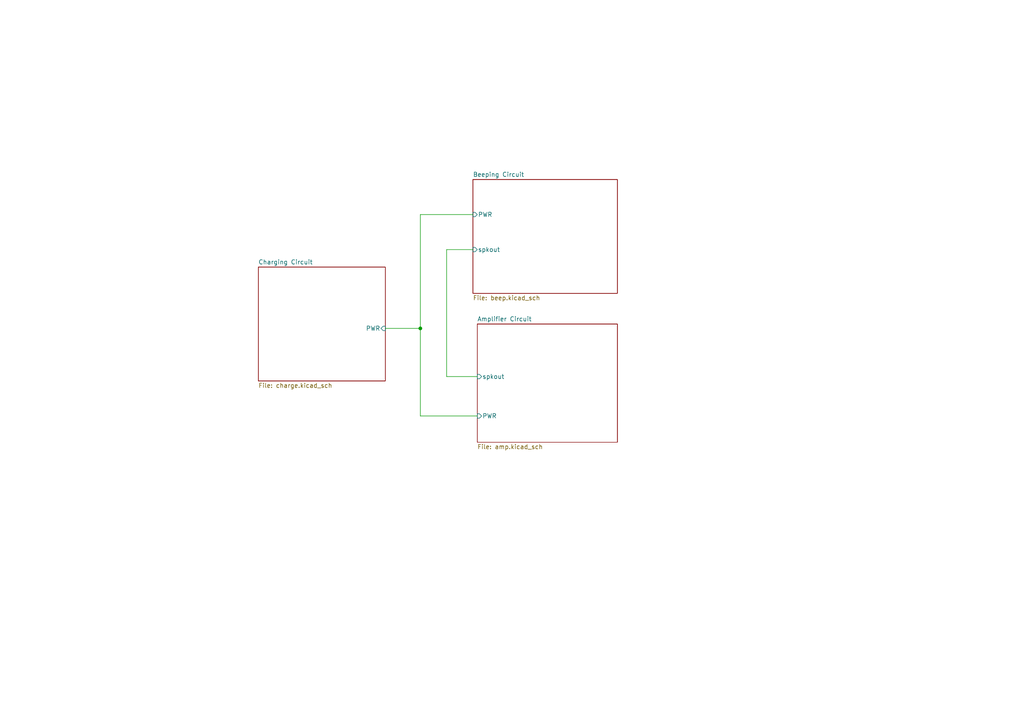
<source format=kicad_sch>
(kicad_sch (version 20211123) (generator eeschema)

  (uuid c6b61573-891c-4df6-b89c-ef8457c5240b)

  (paper "A4")

  (lib_symbols
  )

  (junction (at 121.92 95.25) (diameter 0) (color 0 0 0 0)
    (uuid 1078f29a-a648-49fe-82f9-2cf66956e64e)
  )

  (wire (pts (xy 121.92 62.23) (xy 137.16 62.23))
    (stroke (width 0) (type default) (color 0 0 0 0))
    (uuid 0e46f294-e5d9-4d66-8472-de36faadc54f)
  )
  (wire (pts (xy 121.92 95.25) (xy 121.92 120.65))
    (stroke (width 0) (type default) (color 0 0 0 0))
    (uuid 1b6dba1d-2a32-45a3-9a5a-fad9d455a996)
  )
  (wire (pts (xy 121.92 120.65) (xy 138.43 120.65))
    (stroke (width 0) (type default) (color 0 0 0 0))
    (uuid 463085fe-d67c-4664-9b92-4a4846ace75a)
  )
  (wire (pts (xy 129.54 109.22) (xy 138.43 109.22))
    (stroke (width 0) (type default) (color 0 0 0 0))
    (uuid 756b44f0-c61d-41d9-8f44-6e17e9b474a8)
  )
  (wire (pts (xy 129.54 72.39) (xy 129.54 109.22))
    (stroke (width 0) (type default) (color 0 0 0 0))
    (uuid 94b22bad-c527-4f2e-ad9c-93fff7fa3e76)
  )
  (wire (pts (xy 111.76 95.25) (xy 121.92 95.25))
    (stroke (width 0) (type default) (color 0 0 0 0))
    (uuid b5f31272-188c-401b-aaf2-76ea3de5ecc0)
  )
  (wire (pts (xy 137.16 72.39) (xy 129.54 72.39))
    (stroke (width 0) (type default) (color 0 0 0 0))
    (uuid d00f5518-5560-419d-b3be-f29e09d1d417)
  )
  (wire (pts (xy 121.92 95.25) (xy 121.92 62.23))
    (stroke (width 0) (type default) (color 0 0 0 0))
    (uuid ec100057-06d6-4fa4-9fbe-fd685fff671a)
  )

  (sheet (at 137.16 52.07) (size 41.91 33.02) (fields_autoplaced)
    (stroke (width 0.1524) (type solid) (color 0 0 0 0))
    (fill (color 0 0 0 0.0000))
    (uuid 69fa01d0-51ad-43f1-866c-a1085d4ef5d2)
    (property "Sheet name" "Beeping Circuit" (id 0) (at 137.16 51.3584 0)
      (effects (font (size 1.27 1.27)) (justify left bottom))
    )
    (property "Sheet file" "beep.kicad_sch" (id 1) (at 137.16 85.6746 0)
      (effects (font (size 1.27 1.27)) (justify left top))
    )
    (pin "spkout" input (at 137.16 72.39 180)
      (effects (font (size 1.27 1.27)) (justify left))
      (uuid 4251a395-fbae-4e7a-90fa-5c2f1e2e4b80)
    )
    (pin "PWR" input (at 137.16 62.23 180)
      (effects (font (size 1.27 1.27)) (justify left))
      (uuid dbf7e44e-b011-43e6-a2b7-f72c67e538af)
    )
  )

  (sheet (at 138.43 93.98) (size 40.64 34.29) (fields_autoplaced)
    (stroke (width 0.1524) (type solid) (color 0 0 0 0))
    (fill (color 0 0 0 0.0000))
    (uuid b68eafac-6416-44ba-98f2-098e035ae474)
    (property "Sheet name" "Amplifier Circuit" (id 0) (at 138.43 93.2684 0)
      (effects (font (size 1.27 1.27)) (justify left bottom))
    )
    (property "Sheet file" "amp.kicad_sch" (id 1) (at 138.43 128.8546 0)
      (effects (font (size 1.27 1.27)) (justify left top))
    )
    (pin "spkout" input (at 138.43 109.22 180)
      (effects (font (size 1.27 1.27)) (justify left))
      (uuid a2cacc59-58c1-4dd5-8cbd-501658c6b61b)
    )
    (pin "PWR" input (at 138.43 120.65 180)
      (effects (font (size 1.27 1.27)) (justify left))
      (uuid 74cbd598-77e6-4373-a61b-1e820c500ded)
    )
  )

  (sheet (at 74.93 77.47) (size 36.83 33.02) (fields_autoplaced)
    (stroke (width 0.1524) (type solid) (color 0 0 0 0))
    (fill (color 0 0 0 0.0000))
    (uuid c699425c-6c13-48cc-81b2-5484897bf16e)
    (property "Sheet name" "Charging Circuit" (id 0) (at 74.93 76.7584 0)
      (effects (font (size 1.27 1.27)) (justify left bottom))
    )
    (property "Sheet file" "charge.kicad_sch" (id 1) (at 74.93 111.0746 0)
      (effects (font (size 1.27 1.27)) (justify left top))
    )
    (pin "PWR" input (at 111.76 95.25 0)
      (effects (font (size 1.27 1.27)) (justify right))
      (uuid bf00aefe-98c5-480a-ac9a-56b1594cdfef)
    )
  )

  (sheet_instances
    (path "/" (page "1"))
    (path "/69fa01d0-51ad-43f1-866c-a1085d4ef5d2" (page "2"))
    (path "/c699425c-6c13-48cc-81b2-5484897bf16e" (page "3"))
    (path "/b68eafac-6416-44ba-98f2-098e035ae474" (page "4"))
  )

  (symbol_instances
    (path "/69fa01d0-51ad-43f1-866c-a1085d4ef5d2/e8a64747-0997-4163-8af3-5b4ec506533a"
      (reference "#FLG0101") (unit 1) (value "PWR_FLAG") (footprint "")
    )
    (path "/69fa01d0-51ad-43f1-866c-a1085d4ef5d2/cd60fae4-bd1a-49dc-80ba-ce70acae4e75"
      (reference "#FLG0102") (unit 1) (value "PWR_FLAG") (footprint "")
    )
    (path "/c699425c-6c13-48cc-81b2-5484897bf16e/d104c5f4-f870-469d-b419-a8d132838113"
      (reference "#FLG0103") (unit 1) (value "PWR_FLAG") (footprint "")
    )
    (path "/69fa01d0-51ad-43f1-866c-a1085d4ef5d2/fe88cd98-08e1-4a72-aa82-1cea41cca1de"
      (reference "#PWR01") (unit 1) (value "GND") (footprint "")
    )
    (path "/69fa01d0-51ad-43f1-866c-a1085d4ef5d2/aeba6892-3e40-40fe-ad07-26b0cbd6ee1b"
      (reference "#PWR02") (unit 1) (value "GND") (footprint "")
    )
    (path "/69fa01d0-51ad-43f1-866c-a1085d4ef5d2/afdb9604-6384-46df-b26d-d01e455a9e0c"
      (reference "#PWR03") (unit 1) (value "GND") (footprint "")
    )
    (path "/69fa01d0-51ad-43f1-866c-a1085d4ef5d2/3b7006e3-fbcf-4c75-aa20-183efd34909c"
      (reference "#PWR04") (unit 1) (value "GND") (footprint "")
    )
    (path "/69fa01d0-51ad-43f1-866c-a1085d4ef5d2/50fc6e6e-5f74-49c4-ab43-3ac2ece31fd1"
      (reference "#PWR05") (unit 1) (value "GND") (footprint "")
    )
    (path "/69fa01d0-51ad-43f1-866c-a1085d4ef5d2/b5bdedff-4b7f-45af-996e-bad4a0802bba"
      (reference "#PWR06") (unit 1) (value "GND") (footprint "")
    )
    (path "/c699425c-6c13-48cc-81b2-5484897bf16e/19501733-3ae2-479e-829a-5eff2e6314fc"
      (reference "#PWR07") (unit 1) (value "GND") (footprint "")
    )
    (path "/c699425c-6c13-48cc-81b2-5484897bf16e/1294ecd9-b9f8-428e-a465-5c9529d12211"
      (reference "#PWR08") (unit 1) (value "GND") (footprint "")
    )
    (path "/c699425c-6c13-48cc-81b2-5484897bf16e/a93d618c-4d93-4a0f-9926-0664fb3fab81"
      (reference "#PWR09") (unit 1) (value "GND") (footprint "")
    )
    (path "/c699425c-6c13-48cc-81b2-5484897bf16e/b2644c25-4e7e-44f0-af2f-a8c65455b422"
      (reference "#PWR010") (unit 1) (value "GND") (footprint "")
    )
    (path "/c699425c-6c13-48cc-81b2-5484897bf16e/7b84455b-f25d-485c-b0b2-c3f02cd32efa"
      (reference "#PWR011") (unit 1) (value "GND") (footprint "")
    )
    (path "/c699425c-6c13-48cc-81b2-5484897bf16e/2c52fd5a-e167-4725-8547-8964b14d5546"
      (reference "#PWR012") (unit 1) (value "GND") (footprint "")
    )
    (path "/c699425c-6c13-48cc-81b2-5484897bf16e/434e88c8-4ab0-498b-bdda-9cb0766d0797"
      (reference "#PWR013") (unit 1) (value "GND") (footprint "")
    )
    (path "/c699425c-6c13-48cc-81b2-5484897bf16e/c661bc24-4134-4860-9954-40769f7905f1"
      (reference "#PWR014") (unit 1) (value "GND") (footprint "")
    )
    (path "/b68eafac-6416-44ba-98f2-098e035ae474/cde0afa6-bca3-4f6c-98a8-f7e9db9e1841"
      (reference "#PWR015") (unit 1) (value "GND") (footprint "")
    )
    (path "/b68eafac-6416-44ba-98f2-098e035ae474/13408a03-1263-4fba-9059-7d418a83b5aa"
      (reference "#PWR016") (unit 1) (value "GND") (footprint "")
    )
    (path "/b68eafac-6416-44ba-98f2-098e035ae474/b0f43433-e569-45ab-bcdc-5950e3b011ca"
      (reference "#PWR017") (unit 1) (value "GND") (footprint "")
    )
    (path "/b68eafac-6416-44ba-98f2-098e035ae474/30f1cc07-5cb7-487f-8167-8768b289bfb6"
      (reference "#PWR018") (unit 1) (value "GND") (footprint "")
    )
    (path "/b68eafac-6416-44ba-98f2-098e035ae474/79da154b-080a-4731-abc3-393ffb57853e"
      (reference "#PWR019") (unit 1) (value "GND") (footprint "")
    )
    (path "/b68eafac-6416-44ba-98f2-098e035ae474/c9c6b888-a2df-4f6d-a090-34978fcd0c12"
      (reference "#PWR020") (unit 1) (value "GND") (footprint "")
    )
    (path "/69fa01d0-51ad-43f1-866c-a1085d4ef5d2/3ae0ebee-6fac-404f-99ab-c363011562a8"
      (reference "C1") (unit 1) (value "10uF") (footprint "Capacitor_SMD:C_0402_1005Metric")
    )
    (path "/69fa01d0-51ad-43f1-866c-a1085d4ef5d2/38012699-2b31-4822-a99f-6a21d21e1788"
      (reference "C2") (unit 1) (value "10nF") (footprint "Capacitor_SMD:C_0402_1005Metric")
    )
    (path "/69fa01d0-51ad-43f1-866c-a1085d4ef5d2/097a0826-1299-43d3-9344-b23ae5a43db7"
      (reference "C3") (unit 1) (value "10uF") (footprint "Capacitor_SMD:C_0402_1005Metric")
    )
    (path "/c699425c-6c13-48cc-81b2-5484897bf16e/21d9eb04-a129-43cf-a870-20f0df4f4aeb"
      (reference "C4") (unit 1) (value "10uF") (footprint "Capacitor_SMD:C_0402_1005Metric")
    )
    (path "/c699425c-6c13-48cc-81b2-5484897bf16e/31202f8c-97b0-498e-85b6-73b89cb03a0a"
      (reference "C5") (unit 1) (value "1nF") (footprint "Capacitor_SMD:C_0402_1005Metric")
    )
    (path "/c699425c-6c13-48cc-81b2-5484897bf16e/76d932f5-f888-43c9-9b5b-bdf939588189"
      (reference "C6") (unit 1) (value "1uF") (footprint "Capacitor_SMD:C_0402_1005Metric")
    )
    (path "/b68eafac-6416-44ba-98f2-098e035ae474/37228f27-00e7-4f82-a485-6cd65378261a"
      (reference "C7") (unit 1) (value "0.1uF") (footprint "Capacitor_SMD:C_0402_1005Metric")
    )
    (path "/b68eafac-6416-44ba-98f2-098e035ae474/11024ca7-6b49-4898-ba5d-b0467825613d"
      (reference "C8") (unit 1) (value "0.1uF") (footprint "Capacitor_SMD:C_0402_1005Metric")
    )
    (path "/b68eafac-6416-44ba-98f2-098e035ae474/e4f5ca16-0050-4143-878f-84a856fec4cb"
      (reference "C9") (unit 1) (value "250uF") (footprint "Capacitor_SMD:CP_Elec_6.3x7.7")
    )
    (path "/b68eafac-6416-44ba-98f2-098e035ae474/81d4b47b-f065-4d86-86c6-cb49a755770f"
      (reference "C10") (unit 1) (value "10uF") (footprint "Capacitor_SMD:C_0402_1005Metric")
    )
    (path "/c699425c-6c13-48cc-81b2-5484897bf16e/8dfe06db-397b-4672-acbd-9c757c087e15"
      (reference "D1") (unit 1) (value "LED") (footprint "LED_SMD:LED_0402_1005Metric")
    )
    (path "/c699425c-6c13-48cc-81b2-5484897bf16e/51f3bee3-7360-43b0-b958-a2b61dc01f36"
      (reference "D2") (unit 1) (value "SS34") (footprint "baseball:DIOM7959X265N")
    )
    (path "/69fa01d0-51ad-43f1-866c-a1085d4ef5d2/778dd960-cbd0-4446-8edc-e2ee1799ee48"
      (reference "J1") (unit 1) (value "Conn_01x01_Male") (footprint "TestPoint:TestPoint_Pad_D2.0mm")
    )
    (path "/69fa01d0-51ad-43f1-866c-a1085d4ef5d2/1a83af1b-8748-4f53-b6bf-e4e25ffe4b2f"
      (reference "J2") (unit 1) (value "Conn_01x01_Male") (footprint "TestPoint:TestPoint_Pad_D2.0mm")
    )
    (path "/c699425c-6c13-48cc-81b2-5484897bf16e/22da31b5-ad3a-4b48-b5d8-c2f920ff1160"
      (reference "J3") (unit 1) (value "Conn_01x01_Male") (footprint "TestPoint:TestPoint_Pad_D2.0mm")
    )
    (path "/c699425c-6c13-48cc-81b2-5484897bf16e/90193923-0e20-4c44-8583-8d06a82df0a5"
      (reference "J4") (unit 1) (value "Conn_01x01_Male") (footprint "TestPoint:TestPoint_Pad_D2.0mm")
    )
    (path "/c699425c-6c13-48cc-81b2-5484897bf16e/3014264f-7552-4d2a-8eb0-bbbbb7f82f49"
      (reference "J5") (unit 1) (value "SJ-3524-SMT") (footprint "baseball:CUI_SJ-3524-SMT-GR")
    )
    (path "/c699425c-6c13-48cc-81b2-5484897bf16e/bf61ade5-510c-4541-a74d-cd8e9626a4b6"
      (reference "J6") (unit 1) (value "Conn_01x01_Male") (footprint "TestPoint:TestPoint_Pad_D2.0mm")
    )
    (path "/c699425c-6c13-48cc-81b2-5484897bf16e/f2fe7d95-ee7c-4546-82cd-09e34af2a0a7"
      (reference "J7") (unit 1) (value "Conn_01x01_Male") (footprint "TestPoint:TestPoint_Pad_D2.0mm")
    )
    (path "/b68eafac-6416-44ba-98f2-098e035ae474/2a8e9a03-b6d9-4467-a508-145dd1525e3c"
      (reference "J8") (unit 1) (value "Conn_01x01_Male") (footprint "TestPoint:TestPoint_Pad_D2.0mm")
    )
    (path "/b68eafac-6416-44ba-98f2-098e035ae474/e32819e5-74d1-4a5a-a313-3c119d3d39f0"
      (reference "J9") (unit 1) (value "Conn_01x01_Male") (footprint "TestPoint:TestPoint_Pad_D2.0mm")
    )
    (path "/b68eafac-6416-44ba-98f2-098e035ae474/8472c9e9-7e76-4355-b9a8-ea0de0446747"
      (reference "J10") (unit 1) (value "Conn_01x01_Male") (footprint "TestPoint:TestPoint_Pad_D2.0mm")
    )
    (path "/b68eafac-6416-44ba-98f2-098e035ae474/c594695d-abe1-4977-b6c1-00620153a85a"
      (reference "J11") (unit 1) (value "Conn_01x01_Male") (footprint "TestPoint:TestPoint_Pad_D2.0mm")
    )
    (path "/c699425c-6c13-48cc-81b2-5484897bf16e/16da479f-fc00-4b9e-ba8b-5698cf6e4ed0"
      (reference "Q1") (unit 1) (value "Q_PNP_BCE") (footprint "Package_TO_SOT_THT:TO-92")
    )
    (path "/c699425c-6c13-48cc-81b2-5484897bf16e/99147374-a9e2-45ca-b18b-51a2febca43a"
      (reference "Q2") (unit 1) (value "Q_PNP_BCE") (footprint "Package_TO_SOT_THT:TO-92")
    )
    (path "/69fa01d0-51ad-43f1-866c-a1085d4ef5d2/34bae14c-2c98-442b-bd87-fbaab421600c"
      (reference "R1") (unit 1) (value "3.8k") (footprint "Resistor_SMD:R_0402_1005Metric")
    )
    (path "/69fa01d0-51ad-43f1-866c-a1085d4ef5d2/a1a7ea8a-335e-46b9-a9e0-10d577b54b11"
      (reference "R2") (unit 1) (value "68k") (footprint "Resistor_SMD:R_0402_1005Metric")
    )
    (path "/69fa01d0-51ad-43f1-866c-a1085d4ef5d2/5897b494-1c9c-4d74-ba15-943beb5b0ab9"
      (reference "R3") (unit 1) (value "1k") (footprint "Resistor_SMD:R_0402_1005Metric")
    )
    (path "/69fa01d0-51ad-43f1-866c-a1085d4ef5d2/595b3cc4-4924-4689-877c-7c7f8b091830"
      (reference "R4") (unit 1) (value "68k") (footprint "Resistor_SMD:R_0402_1005Metric")
    )
    (path "/c699425c-6c13-48cc-81b2-5484897bf16e/3d9726e0-3352-4382-8c7b-9de67dac3f71"
      (reference "R5") (unit 1) (value "2k") (footprint "Resistor_SMD:R_0402_1005Metric")
    )
    (path "/c699425c-6c13-48cc-81b2-5484897bf16e/87fa59f2-37bb-4e75-9f2f-685abdd0ae3f"
      (reference "R6") (unit 1) (value "19.6k") (footprint "Resistor_SMD:R_0402_1005Metric")
    )
    (path "/c699425c-6c13-48cc-81b2-5484897bf16e/8da8f5c1-c573-489c-9e0f-e420b8b7abc9"
      (reference "R7") (unit 1) (value "10k") (footprint "Resistor_SMD:R_0402_1005Metric")
    )
    (path "/c699425c-6c13-48cc-81b2-5484897bf16e/dcb5f140-6452-47c3-b90f-c793f5bd4ab3"
      (reference "R8") (unit 1) (value "0.2") (footprint "Resistor_SMD:R_0402_1005Metric")
    )
    (path "/b68eafac-6416-44ba-98f2-098e035ae474/6faf2575-72a2-468a-85cf-cbea6fd17c8f"
      (reference "R9") (unit 1) (value "1.2k") (footprint "Resistor_SMD:R_0402_1005Metric")
    )
    (path "/b68eafac-6416-44ba-98f2-098e035ae474/af15ad09-c7ba-476f-a480-08cf1a983ca0"
      (reference "R10") (unit 1) (value "10") (footprint "Resistor_SMD:R_0402_1005Metric")
    )
    (path "/b68eafac-6416-44ba-98f2-098e035ae474/b461f1e0-75c5-4f58-b328-d0db8b1a41cf"
      (reference "R11") (unit 1) (value "2.4k") (footprint "Resistor_SMD:R_0402_1005Metric")
    )
    (path "/69fa01d0-51ad-43f1-866c-a1085d4ef5d2/d01fcb71-65be-49ce-97db-1af6981fff14"
      (reference "U1") (unit 1) (value "LM556") (footprint "baseball:556")
    )
    (path "/69fa01d0-51ad-43f1-866c-a1085d4ef5d2/0bfe6fa7-79b9-41bc-83ee-1004937af69b"
      (reference "U1") (unit 2) (value "LM556") (footprint "baseball:556")
    )
    (path "/c699425c-6c13-48cc-81b2-5484897bf16e/6f462717-adee-42b9-88a1-66690d4082b8"
      (reference "U2") (unit 1) (value "LTC1731EMS8-4.2_PBF") (footprint "baseball:SOIC127P600X175-8N")
    )
    (path "/b68eafac-6416-44ba-98f2-098e035ae474/9026a2ea-0bf5-468f-aae4-73d41284dff6"
      (reference "U3") (unit 1) (value "LM386") (footprint "baseball:SOIC127P600X175-8N")
    )
  )
)

</source>
